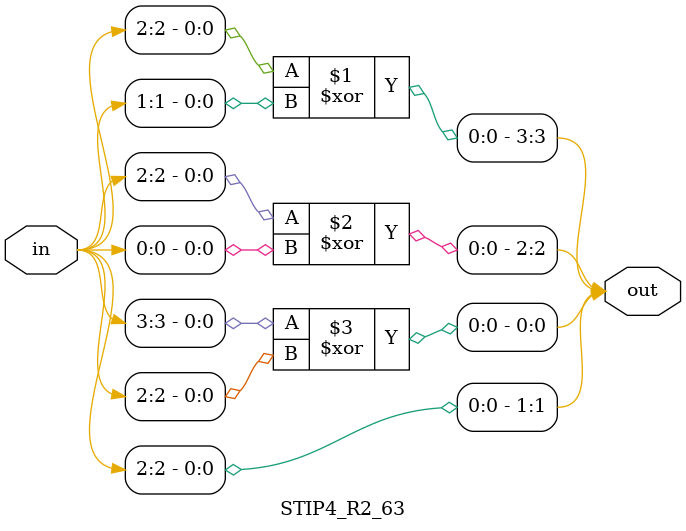
<source format=v>
module  STIP4_R2_63(in,out);
input[3:0] in;
output[3:0] out;
wire[3:0] out;
assign out[3]=in[2]^in[1];
assign out[2]=in[2]^in[0];
assign out[1]=in[2];
assign out[0]=in[3]^in[2];
endmodule

</source>
